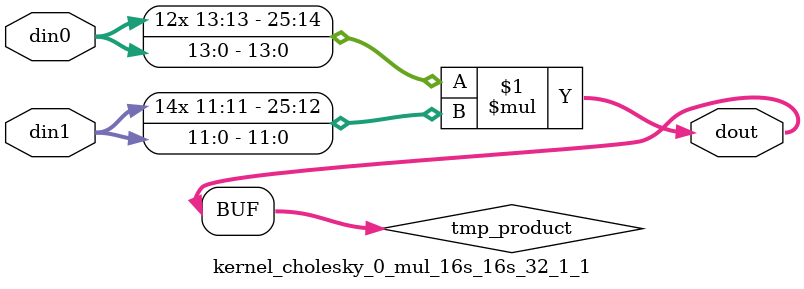
<source format=v>

`timescale 1 ns / 1 ps

 module kernel_cholesky_0_mul_16s_16s_32_1_1(din0, din1, dout);
parameter ID = 1;
parameter NUM_STAGE = 0;
parameter din0_WIDTH = 14;
parameter din1_WIDTH = 12;
parameter dout_WIDTH = 26;

input [din0_WIDTH - 1 : 0] din0; 
input [din1_WIDTH - 1 : 0] din1; 
output [dout_WIDTH - 1 : 0] dout;

wire signed [dout_WIDTH - 1 : 0] tmp_product;



























assign tmp_product = $signed(din0) * $signed(din1);








assign dout = tmp_product;





















endmodule

</source>
